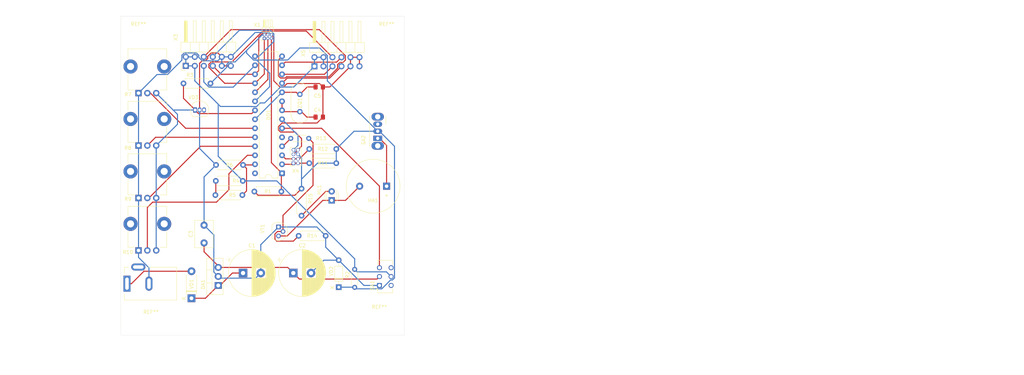
<source format=kicad_pcb>
(kicad_pcb (version 20241229) (generator "pcbnew") (generator_version "9.0")
  (title_block (date "2024-10-28"))
  (layers (0 "F.Cu" signal) (2 "B.Cu" signal) (13 "F.Paste" user) (15 "B.Paste" user) (5 "F.SilkS" user "F.Silkscreen") (7 "B.SilkS" user "B.Silkscreen") (1 "F.Mask" user) (3 "B.Mask" user) (25 "Edge.Cuts" user))
  (net 0 "")
  (net 1 "GND")
  (net 2 "Net-(VD1-K)")
  (net 3 "Net-(C2-Pad1)")
  (net 4 "Net-(DD1-PC0)")
  (net 5 "Net-(DD1-PB1)")
  (net 6 "Net-(DD1-PB0)")
  (net 7 "Net-(DD1-PC4)")
  (net 8 "Net-(DD1-PD5)")
  (net 9 "+2,5V")
  (net 10 "/SCL")
  (net 11 "+5V")
  (net 12 "Net-(DD1-PD7)")
  (net 13 "Net-(DD1-PD6)")
  (net 14 "Net-(DD1-PB2)")
  (net 15 "Net-(DD1-PC3)")
  (net 16 "Net-(DD1-PC1)")
  (net 17 "Net-(DD1-PB5)")
  (net 18 "Net-(DD1-PB3)")
  (net 19 "/SDA")
  (net 20 "Net-(DD1-~{RESET}{slash}PC6)")
  (net 21 "Net-(DD1-PC2)")
  (net 22 "Net-(DD1-PD4)")
  (net 23 "Net-(DD1-PB4)")
  (net 24 "Net-(DD1-PD2)")
  (net 25 "Net-(HA1-+)")
  (net 26 "Net-(HA1--)")
  (net 27 "Net-(HL1-A)")
  (net 28 "Net-(DD1-XTAL1{slash}PB6)")
  (net 29 "Net-(DD1-XTAL2{slash}PB7)")
  (net 30 "Net-(VT1-G1)")
  (net 34 "Net-(VD1-A)")
  (net 37 "U_{bat}")
  (net 38 "Net-(R4-Pad2)")
  (footprint "Capacitor_THT:CP_Radial_D13.0mm_P5.00mm" (layer "F.Cu") (at 154.2556 167.6644)
    (property "Reference" "C1")
    (property "Value" "100мк" (hide yes))
  )
  (footprint "Diode_THT:D_DO-35_SOD27_P7.62mm_Horizontal" (layer "F.Cu") (at 181.2556 171.6644 90)
    (property "Reference" "VD2")
    (property "Value" "5,1В шотки" (hide yes))
  )
  (footprint "Crystal:Crystal_HC49-U_Vertical" (layer "F.Cu") (at 170.2931 117.2469 -90)
    (property "Reference" "ZQ1")
    (property "Value" "1М" (hide yes))
  )
  (footprint "Resistor_THT:R_Axial_DIN0207_L6.3mm_D2.5mm_P7.62mm_Horizontal" (layer "F.Cu") (at 137.4456 114.1644)
    (property "Reference" "R3")
    (property "Value" "1к 0,25Вт" (hide yes))
  )
  (footprint "Capacitor_SMD:C_0805_2012Metric_Pad1.18x1.45mm_HandSolder" (layer "F.Cu") (at 175.7556 123.6644)
    (property "Reference" "C4")
    (property "Value" "22п" (hide yes))
  )
  (footprint "Connector_BarrelJack:BarrelJack_Kycon_KLDX-0202-xC_Horizontal" (layer "F.Cu") (at 121.503 170.6644 180)
    (property "Reference" "X2" (hide yes))
    (property "Value" "CONN_PWR")
  )
  (footprint "Package_TO_SOT_THT:TO-92_Inline" (layer "F.Cu") (at 140.7156 121.6644)
    (property "Reference" "VD3")
    (property "Value" "LM385BZ-2.5" (hide yes))
  )
  (footprint "Connector_PinHeader_2.54mm:PinHeader_2x06_P2.54mm_Horizontal" (layer "F.Cu") (at 174.4056 109.3244 90)
    (property "Reference" "X5")
    (property "Value" "CONN_INPUTS")
  )
  (footprint "Connector_PinHeader_1.00mm:PinHeader_2x03_P1.00mm_Horizontal" (layer "F.Cu") (at 160.2556 101.4644 90)
    (property "Reference" "X1")
    (property "Value" "CONN_SPI" (hide yes))
  )
  (footprint "Package_TO_SOT_THT:TO-92" (layer "F.Cu") (at 164.2556 154.6644 -90)
    (property "Reference" "VT1")
    (property "Value" "2N7000")
  )
  (footprint "Resistor_THT:R_Axial_DIN0207_L6.3mm_D2.5mm_P7.62mm_Horizontal" (layer "F.Cu") (at 146.4456 145.6644)
    (property "Reference" "R5")
    (property "Value" "10к 0,25Вт" (hide yes))
  )
  (footprint "Potentiometer_THT:Potentiometer_TT_P0915N" (layer "F.Cu") (at 124.7556 146.4894)
    (property "Reference" "R9")
    (property "Value" "потенциометр 10к 0,25Вт" (hide yes))
  )
  (footprint "MountingHole:MountingHole_2.2mm_M2_ISO7380" (layer "F.Cu") (at 124.7556 100.1644)
    (property "Reference" "REF**")
    (property "Value" "MountingHole_2.2mm_M2_ISO7380" (hide yes))
  )
  (footprint "Resistor_THT:R_Axial_DIN0207_L6.3mm_D2.5mm_P7.62mm_Horizontal" (layer "F.Cu") (at 170.7556 151.4744 90)
    (property "Reference" "R15")
    (property "Value" "1к 0,25Вт" (hide yes))
  )
  (footprint "Connector_PinHeader_2.54mm:PinHeader_2x06_P2.54mm_Horizontal" (layer "F.Cu") (at 138.0956 109.2044 90)
    (property "Reference" "X3")
    (property "Value" "CONN_INPUTS")
  )
  (footprint "Resistor_THT:R_Axial_DIN0207_L6.3mm_D2.5mm_P7.62mm_Horizontal" (layer "F.Cu") (at 172.9456 136.6644)
    (property "Reference" "R11")
    (property "Value" "10к 0,25Вт" (hide yes))
  )
  (footprint "Capacitor_THT:CP_Radial_D13.0mm_P5.00mm" (layer "F.Cu") (at 168.440385 167.6644)
    (property "Reference" "C2")
    (property "Value" "10мк 16В" (hide yes))
  )
  (footprint "Potentiometer_THT:Potentiometer_TT_P0915N" (layer "F.Cu") (at 124.7556 116.8894)
    (property "Reference" "R7")
    (property "Value" "потенциометр 10к 0,25Вт" (hide yes))
  )
  (footprint "Package_DIP:DIP-28_W7.62mm" (layer "F.Cu") (at 165.2556 139.5244 180)
    (property "Reference" "DD1")
    (property "Value" "ATmega328P-P" (hide yes))
  )
  (footprint "Button_Switch_THT:SW_CK_JS202011AQN_DPDT_Angled" (layer "F.Cu") (at 192.7381 171.1644 90)
    (property "Reference" "SA1")
    (property "Value" "SA_DPDT" (hide yes))
  )
  (footprint "Resistor_THT:R_Axial_DIN0207_L6.3mm_D2.5mm_P7.62mm_Horizontal" (layer "F.Cu") (at 177.5656 157.1644 180)
    (property "Reference" "R14")
    (property "Value" "10к 0,25Вт" (hide yes))
  )
  (footprint "Potentiometer_THT:Potentiometer_TT_P0915N" (layer "F.Cu") (at 124.7556 131.6894)
    (property "Reference" "R8")
    (property "Value" "потенциометр 10к 0,25Вт" (hide yes))
  )
  (footprint "Capacitor_SMD:C_0805_2012Metric_Pad1.18x1.45mm_HandSolder" (layer "F.Cu") (at 175.7556 115.1644 180)
    (property "Reference" "C5")
    (property "Value" "22п" (hide yes))
  )
  (footprint "Resistor_THT:R_Axial_DIN0207_L6.3mm_D2.5mm_P7.62mm_Horizontal" (layer "F.Cu") (at 154.2556 137.1644 180)
    (property "Reference" "R6")
    (property "Value" "10к 0,25Вт" (hide yes))
  )
  (footprint "MountingHole:MountingHole_2.2mm_M2_ISO7380" (layer "F.Cu") (at 194.7556 100.1644)
    (property "Reference" "REF**")
    (property "Value" "MountingHole_2.2mm_M2_ISO7380")
  )
  (footprint "Diode_THT:D_DO-41_SOD81_P7.62mm_Horizontal" (layer "F.Cu") (at 139.703 174.7844 90)
    (property "Reference" "VD1")
    (property "Value" "1N5817  шотки" (hide yes))
  )
  (footprint "MountingHole:MountingHole_2.2mm_M2_ISO7380" (layer "F.Cu") (at 124.7556 180.1644)
    (property "Reference" "REF**")
    (property "Value" "MountingHole_2.2mm_M2_ISO7380")
  )
  (footprint "Potentiometer_THT:Potentiometer_TT_P0915N" (layer "F.Cu") (at 124.7556 161.2894)
    (property "Reference" "R10")
    (property "Value" "потенциометр 10к 0,25Вт" (hide yes))
  )
  (footprint "MountingHole:MountingHole_2.2mm_M2_ISO7380" (layer "F.Cu") (at 192.7056 180)
    (property "Reference" "REF**")
    (property "Value" "MountingHole_2.2mm_M2_ISO7380")
  )
  (footprint "Resistor_THT:R_Axial_DIN0204_L3.6mm_D1.6mm_P5.08mm_Horizontal" (layer "F.Cu") (at 185.7556 171.7044 90)
    (property "Reference" "R2")
    (property "Value" "22 0,25Вт" (hide yes))
  )
  (footprint "LED_THT:LED_D3.0mm" (layer "F.Cu") (at 179.2556 147.1644 90)
    (property "Reference" "HL1")
    (property "Value" "HL_LED")
  )
  (footprint "Buzzer_Beeper:Buzzer_15x7.5RM7.6" (layer "F.Cu") (at 194.7556 143.1644 180)
    (property "Reference" "HA1")
    (property "Value" "Buzzer")
  )
  (footprint "Package_TO_SOT_THT:TO-220-3_Vertical" (layer "F.Cu") (at 147.2556 171.1644 90)
    (property "Reference" "DA1")
    (property "Value" "LM7805_TO220" (hide yes))
  )
  (footprint "Resistor_THT:R_Axial_DIN0207_L6.3mm_D2.5mm_P7.62mm_Horizontal" (layer "F.Cu") (at 154.1856 141.6644 180)
    (property "Reference" "R4")
    (property "Value" "10к 0,25Вт" (hide yes))
  )
  (footprint "Connector_PinSocket_1.27mm:PinSocket_2x04_P1.27mm_Vertical" (layer "F.Cu") (at 168.4856 136.7044 180)
    (property "Reference" "X4")
    (property "Value" "CONN_I2C" (hide yes))
  )
  (footprint "Resistor_THT:R_Axial_DIN0207_L6.3mm_D2.5mm_P7.62mm_Horizontal" (layer "F.Cu") (at 172.9456 132.6644)
    (property "Reference" "R12")
    (property "Value" "10к 0,25Вт" (hide yes))
  )
  (footprint "Button_Switch_THT:SW_Slide_SPDT_Angled_CK_OS102011MA1Q" (layer "F.Cu") (at 192.2556 129.6644 90)
    (property "Reference" "SA2")
    (property "Value" "SA_SPDT" (hide yes))
  )
  (footprint "Capacitor_THT:C_Disc_D7.5mm_W5.0mm_P5.00mm" (layer "F.Cu") (at 143.2556 159.1644 90)
    (property "Reference" "C3")
    (property "Value" "100н")
  )
  (footprint "Resistor_THT:R_Axial_DIN0204_L3.6mm_D1.6mm_P5.08mm_Horizontal" (layer "F.Cu") (at 167.7156 129.6644)
    (property "Reference" "R13")
    (property "Value" "22 0,25Вт" (hide yes))
  )
  (footprint "Resistor_THT:R_Axial_DIN0207_L6.3mm_D2.5mm_P7.62mm_Horizontal" (layer "F.Cu") (at 157.4456 144.6644)
    (property "Reference" "R1")
    (property "Value" "10к 0,25Вт" (hide yes))
  )
  (gr_line (start 119.7556 185.1644) (end 119.7556 95.1644) (stroke (width 0.05)) (layer "Edge.Cuts"))
  (gr_line (start 199.7556 185.1644) (end 199.7556 95.1644) (stroke (width 0.05)) (layer "Edge.Cuts"))
  (gr_line (start 199.7556 185.1644) (end 119.7556 185.1644) (stroke (width 0.05)) (layer "Edge.Cuts"))
  (gr_line (start 119.7556 95.1644) (end 199.7556 95.1644) (stroke (width 0.05)) (layer "Edge.Cuts"))
  (segment (start 176.7931 115.1644) (end 175.8155 114.1868) (width 0.3) (layer "F.Cu") (net 1))
  (segment (start 168.4856 134.1644) (end 170.7556 131.8944) (width 0.3) (layer "F.Cu") (net 1))
  (segment (start 184.5656 109.3244) (end 184.5656 106.7844) (width 0.3) (layer "F.Cu") (net 1))
  (segment (start 150.7956 109.2044) (end 148.2556 109.2044) (width 0.3) (layer "F.Cu") (net 1))
  (segment (start 168.913 127.877) (end 164.819598 127.877) (width 0.3) (layer "F.Cu") (net 1))
  (segment (start 178.7256 115.1644) (end 184.5656 109.3244) (width 0.3) (layer "F.Cu") (net 1))
  (segment (start 187.1056 106.7844) (end 187.1056 109.3244) (width 0.3) (layer "F.Cu") (net 1))
  (segment (start 141.9856 121.6644) (end 141.9856 108.500288) (width 0.3) (layer "F.Cu") (net 1))
  (segment (start 164.6708 115.177) (end 162.9332 113.4394) (width 0.3) (layer "F.Cu") (net 1))
  (segment (start 144.2782 107.121112) (end 144.2782 106.542488) (width 0.3) (layer "F.Cu") (net 1))
  (segment (start 184.5656 106.7844) (end 187.1056 106.7844) (width 0.3) (layer "F.Cu") (net 1))
  (segment (start 170.7556 131.8944) (end 170.7556 129.7196) (width 0.3) (layer "F.Cu") (net 1))
  (segment (start 176.7931 115.1644) (end 178.7256 115.1644) (width 0.3) (layer "F.Cu") (net 1))
  (segment (start 162.9332 113.4394) (end 162.9332 101.142) (width 0.3) (layer "F.Cu") (net 1))
  (segment (start 162.9332 101.142) (end 162.2556 100.4644) (width 0.3) (layer "F.Cu") (net 1))
  (segment (start 166.681802 114.1868) (end 165.691602 115.177) (width 0.3) (layer "F.Cu") (net 1))
  (segment (start 164.203 126.388398) (end 165.254398 125.337) (width 0.3) (layer "F.Cu") (net 1))
  (segment (start 147.153 105.5618) (end 148.2556 106.6644) (width 0.3) (layer "F.Cu") (net 1))
  (segment (start 141.9856 108.500288) (end 142.718888 107.767) (width 0.3) (layer "F.Cu") (net 1))
  (segment (start 145.258888 105.5618) (end 147.153 105.5618) (width 0.3) (layer "F.Cu") (net 1))
  (segment (start 144.2782 106.542488) (end 145.258888 105.5618) (width 0.3) (layer "F.Cu") (net 1))
  (segment (start 143.632312 107.767) (end 144.2782 107.121112) (width 0.3) (layer "F.Cu") (net 1))
  (segment (start 170.7556 129.7196) (end 168.913 127.877) (width 0.3) (layer "F.Cu") (net 1))
  (segment (start 165.691602 115.177) (end 164.6708 115.177) (width 0.3) (layer "F.Cu") (net 1))
  (segment (start 175.8155 114.1868) (end 166.681802 114.1868) (width 0.3) (layer "F.Cu") (net 1))
  (segment (start 176.7931 123.6644) (end 176.7931 115.1644) (width 0.3) (layer "F.Cu") (net 1))
  (segment (start 164.203 127.260402) (end 164.203 126.388398) (width 0.3) (layer "F.Cu") (net 1))
  (segment (start 175.1205 125.337) (end 176.7931 123.6644) (width 0.3) (layer "F.Cu") (net 1))
  (segment (start 142.718888 107.767) (end 143.632312 107.767) (width 0.3) (layer "F.Cu") (net 1))
  (segment (start 165.254398 125.337) (end 175.1205 125.337) (width 0.3) (layer "F.Cu") (net 1))
  (segment (start 164.819598 127.877) (end 164.203 127.260402) (width 0.3) (layer "F.Cu") (net 1))
  (segment (start 124.7556 161.2894) (end 124.7582 161.2868) (width 0.3) (layer "B.Cu") (net 1))
  (segment (start 181.2556 164.0444) (end 177.060385 164.0444) (width 0.3) (layer "B.Cu") (net 1))
  (segment (start 146.003 167.3718) (end 147.2556 168.6244) (width 0.3) (layer "B.Cu") (net 1))
  (segment (start 124.7582 148.1644) (end 124.7582 146.492) (width 0.3) (layer "B.Cu") (net 1))
  (segment (start 136.993 106.207688) (end 137.638888 105.5618) (width 0.3) (layer "B.Cu") (net 1))
  (segment (start 188.3756 171.1644) (end 192.7381 171.1644) (width 0.3) (layer "B.Cu") (net 1))
  (segment (start 148.2556 109.2044) (end 148.2556 106.6644) (width 0.3) (layer "B.Cu") (net 1))
  (segment (start 141.7556 106.803712) (end 142.718888 107.767) (width 0.3) (layer "B.Cu") (net 1))
  (segment (start 143.2556 154.1644) (end 143.2556 140.5444) (width 0.3) (layer "B.Cu") (net 1))
  (segment (start 157.6732 99.7868) (end 150.7956 106.6644) (width 0.3) (layer "B.Cu") (net 1))
  (segment (start 124.7556 116.8894) (end 130.003 111.642) (width 0.3) (layer "B.Cu") (net 1))
  (segment (start 141.9856 132.5144) (end 141.9856 121.6644) (width 0.3) (layer "B.Cu") (net 1))
  (segment (start 124.7556 131.6894) (end 124.7582 131.6868) (width 0.3) (layer "B.Cu") (net 1))
  (segment (start 124.7582 148.1644) (end 124.7582 131.692) (width 0.3) (layer "B.Cu") (net 1))
  (segment (start 146.6356 137.1644) (end 141.9856 132.5144) (width 0.3) (layer "B.Cu") (net 1))
  (segment (start 124.7582 116.892) (end 124.7556 116.8894) (width 0.3) (layer "B.Cu") (net 1))
  (segment (start 124.7582 146.492) (end 124.7556 146.4894) (width 0.3) (layer "B.Cu") (net 1))
  (segment (start 175.0656 154.6644) (end 177.5656 157.1644) (width 0.3) (layer "B.Cu") (net 1))
  (segment (start 177.5656 160.3544) (end 181.2556 164.0444) (width 0.3) (layer "B.Cu") (net 1))
  (segment (start 137.638888 105.5618) (end 141.092312 105.5618) (width 0.3) (layer "B.Cu") (net 1))
  (segment (start 143.2556 140.5444) (end 146.6356 137.1644) (width 0.3) (layer "B.Cu") (net 1))
  (segment (start 148.2556 106.6644) (end 150.7956 106.6644) (width 0.3) (layer "B.Cu") (net 1))
  (segment (start 127.703 166.192956) (end 124.7556 163.245556) (width 0.3) (layer "B.Cu") (net 1))
  (segment (start 124.7582 161.2868) (end 124.7582 148.1644) (width 0.3) (layer "B.Cu") (net 1))
  (segment (start 130.003 111.642) (end 132.938658 111.642) (width 0.3) (layer "B.Cu") (net 1))
  (segment (start 147.153 107.767) (end 148.2556 106.6644) (width 0.3) (layer "B.Cu") (net 1))
  (segment (start 159.2556 159.6644) (end 164.2556 154.6644) (width 0.3) (layer "B.Cu") (net 1))
  (segment (start 132.938658 111.642) (end 136.993 107.587658) (width 0.3) (layer "B.Cu") (net 1))
  (segment (start 147.7482 169.117) (end 157.803 169.117) (width 0.3) (layer "B.Cu") (net 1))
  (segment (start 146.003 156.9118) (end 146.003 167.3718) (width 0.3) (layer "B.Cu") (net 1))
  (segment (start 161.578 99.7868) (end 157.6732 99.7868) (width 0.3) (layer "B.Cu") (net 1))
  (segment (start 124.7582 131.6868) (end 124.7582 116.892) (width 0.3) (layer "B.Cu") (net 1))
  (segment (start 124.7582 131.692) (end 124.7556 131.6894) (width 0.3) (layer "B.Cu") (net 1))
  (segment (start 143.2556 154.1644) (end 146.003 156.9118) (width 0.3) (layer "B.Cu") (net 1))
  (segment (start 142.718888 107.767) (end 147.153 107.767) (width 0.3) (layer "B.Cu") (net 1))
  (segment (start 181.2556 164.0444) (end 188.3756 171.1644) (width 0.3) (layer "B.Cu") (net 1))
  (segment (start 136.993 107.587658) (end 136.993 106.207688) (width 0.3) (layer "B.Cu") (net 1))
  (segment (start 141.7556 106.225088) (end 141.7556 106.803712) (width 0.3) (layer "B.Cu") (net 1))
  (segment (start 162.2556 100.4644) (end 161.578 99.7868) (width 0.3) (layer "B.Cu") (net 1))
  (segment (start 159.2556 167.6644) (end 159.2556 159.6644) (width 0.3) (layer "B.Cu") (net 1))
  (segment (start 177.060385 164.0444) (end 173.440385 167.6644) (width 0.3) (layer "B.Cu") (net 1))
  (segment (start 124.7556 163.245556) (end 124.7556 161.2894) (width 0.3) (layer "B.Cu") (net 1))
  (segment (start 127.703 170.6644) (end 127.703 166.192956) (width 0.3) (layer "B.Cu") (net 1))
  (segment (start 164.2556 154.6644) (end 175.0656 154.6644) (width 0.3) (layer "B.Cu") (net 1))
  (segment (start 141.092312 105.5618) (end 141.7556 106.225088) (width 0.3) (layer "B.Cu") (net 1))
  (segment (start 157.803 169.117) (end 159.2556 167.6644) (width 0.3) (layer "B.Cu") (net 1))
  (segment (start 177.5656 157.1644) (end 177.5656 160.3544) (width 0.3) (layer "B.Cu") (net 1))
  (segment (start 147.2556 168.6244) (end 147.7482 169.117) (width 0.3) (layer "B.Cu") (net 1))
  (segment (start 147.7556 171.1644) (end 151.2556 167.6644) (width 0.3) (layer "F.Cu") (net 2))
  (segment (start 151.2556 167.6644) (end 154.2556 167.6644) (width 0.3) (layer "F.Cu") (net 2))
  (segment (start 147.2556 171.1644) (end 147.7556 171.1644) (width 0.3) (layer "F.Cu") (net 2))
  (segment (start 139.703 174.7844) (end 143.6356 174.7844) (width 0.3) (layer "F.Cu") (net 2))
  (segment (start 143.6356 174.7844) (end 147.2556 171.1644) (width 0.3) (layer "F.Cu") (net 2))
  (segment (start 143.2556 161.6644) (end 143.2556 159.1644) (width 0.3) (layer "F.Cu") (net 3))
  (segment (start 192.7381 168.6644) (end 192.0381 169.3644) (width 0.3) (layer "F.Cu") (net 3))
  (segment (start 166.860385 166.0844) (end 147.2556 166.0844) (width 0.3) (layer "F.Cu") (net 3))
  (segment (start 147.2556 166.0844) (end 147.2556 165.6644) (width 0.3) (layer "F.Cu") (net 3))
  (segment (start 168.440385 167.6644) (end 166.860385 166.0844) (width 0.3) (layer "F.Cu") (net 3))
  (segment (start 147.2556 165.6644) (end 143.2556 161.6644) (width 0.3) (layer "F.Cu") (net 3))
  (segment (start 192.0381 169.3644) (end 170.140385 169.3644) (width 0.3) (layer "F.Cu") (net 3))
  (segment (start 170.140385 169.3644) (end 168.440385 167.6644) (width 0.3) (layer "F.Cu") (net 3))
  (segment (start 128.125577 116.8894) (end 127.2556 116.8894) (width 0.3) (layer "F.Cu") (net 4))
  (segment (start 157.6356 126.8244) (end 138.060577 126.8244) (width 0.3) (layer "F.Cu") (net 4))
  (segment (start 138.060577 126.8244) (end 128.125577 116.8894) (width 0.3) (layer "F.Cu") (net 4))
  (segment (start 145.7156 106.6644) (end 153.2156 99.1644) (width 0.3) (layer "B.Cu") (net 5))
  (segment (start 158.76697 106.5044) (end 157.6356 106.5044) (width 0.3) (layer "B.Cu") (net 5))
  (segment (start 162.9332 100.183728) (end 162.9332 102.33817) (width 0.3) (layer "B.Cu") (net 5))
  (segment (start 162.9332 102.33817) (end 158.76697 106.5044) (width 0.3) (layer "B.Cu") (net 5))
  (segment (start 153.2156 99.1644) (end 161.913872 99.1644) (width 0.3) (layer "B.Cu") (net 5))
  (segment (start 161.913872 99.1644) (end 162.9332 100.183728) (width 0.3) (layer "B.Cu") (net 5))
  (segment (start 143.1756 106.6644) (end 150.8584 98.9816) (width 0.3) (layer "F.Cu") (net 6))
  (segment (start 164.203 107.557) (end 165.2556 106.5044) (width 0.3) (layer "F.Cu") (net 6))
  (segment (start 180.923 109.857638) (end 178.518838 112.2618) (width 0.3) (layer "F.Cu") (net 6))
  (segment (start 182.482312 108.2218) (end 181.568888 108.2218) (width 0.3) (layer "F.Cu") (net 6))
  (segment (start 175.782112 98.9816) (end 183.1282 106.327688) (width 0.3) (layer "F.Cu") (net 6))
  (segment (start 181.568888 108.2218) (end 180.923 108.867688) (width 0.3) (layer "F.Cu") (net 6))
  (segment (start 164.819598 112.637) (end 164.203 112.020402) (width 0.3) (layer "F.Cu") (net 6))
  (segment (start 164.203 112.020402) (end 164.203 107.557) (width 0.3) (layer "F.Cu") (net 6))
  (segment (start 166.173638 112.637) (end 164.819598 112.637) (width 0.3) (layer "F.Cu") (net 6))
  (segment (start 183.1282 107.575912) (end 182.482312 108.2218) (width 0.3) (layer "F.Cu") (net 6))
  (segment (start 178.518838 112.2618) (end 166.548838 112.2618) (width 0.3) (layer "F.Cu") (net 6))
  (segment (start 183.1282 106.327688) (end 183.1282 107.575912) (width 0.3) (layer "F.Cu") (net 6))
  (segment (start 150.8584 98.9816) (end 175.782112 98.9816) (width 0.3) (layer "F.Cu") (net 6))
  (segment (start 166.548838 112.2618) (end 166.173638 112.637) (width 0.3) (layer "F.Cu") (net 6))
  (segment (start 180.923 108.867688) (end 180.923 109.857638) (width 0.3) (layer "F.Cu") (net 6))
  (segment (start 154.2556 137.1644) (end 157.4556 137.1644) (width 0.3) (layer "F.Cu") (net 7))
  (segment (start 157.4556 137.1644) (end 157.6356 136.9844) (width 0.3) (layer "F.Cu") (net 7))
  (segment (start 155.2382 144.4918) (end 154.0656 145.6644) (width 0.3) (layer "F.Cu") (net 7))
  (segment (start 154.2556 137.1644) (end 155.2382 138.147) (width 0.3) (layer "F.Cu") (net 7))
  (segment (start 155.2382 138.147) (end 155.2382 144.4918) (width 0.3) (layer "F.Cu") (net 7))
  (segment (start 178.6856 112.6644) (end 166.7156 112.6644) (width 0.3) (layer "F.Cu") (net 8))
  (segment (start 166.7156 112.6644) (end 165.2556 114.1244) (width 0.3) (layer "F.Cu") (net 8))
  (segment (start 182.0256 109.3244) (end 178.6856 112.6644) (width 0.3) (layer "F.Cu") (net 8))
  (segment (start 140.7156 121.6244) (end 137.4456 118.3544) (width 0.3) (layer "F.Cu") (net 9))
  (segment (start 141.663508 122.667) (end 140.7156 121.719092) (width 0.3) (layer "F.Cu") (net 9))
  (segment (start 156.713 122.667) (end 141.663508 122.667) (width 0.3) (layer "F.Cu") (net 9))
  (segment (start 140.7156 121.719092) (end 140.7156 121.6644) (width 0.3) (layer "F.Cu") (net 9))
  (segment (start 157.6356 121.7444) (end 156.713 122.667) (width 0.3) (layer "F.Cu") (net 9))
  (segment (start 137.4456 118.3544) (end 137.4456 114.1644) (width 0.3) (layer "F.Cu") (net 9))
  (segment (start 140.7156 121.6644) (end 140.7156 121.6244) (width 0.3) (layer "F.Cu") (net 9))
  (segment (start 129.753 131.692) (end 129.753 146.4868) (width 0.3) (layer "B.Cu") (net 9))
  (segment (start 140.7156 121.6644) (end 134.5306 121.6644) (width 0.3) (layer "B.Cu") (net 9))
  (segment (start 129.753 161.2868) (end 129.7556 161.2894) (width 0.3) (layer "B.Cu") (net 9))
  (segment (start 135.7556 125.6894) (end 129.7556 131.6894) (width 0.3) (layer "B.Cu") (net 9))
  (segment (start 129.7556 146.4894) (end 129.753 146.492) (width 0.3) (layer "B.Cu") (net 9))
  (segment (start 129.753 146.492) (end 129.753 161.2868) (width 0.3) (layer "B.Cu") (net 9))
  (segment (start 134.5306 121.6644) (end 135.7556 122.8894) (width 0.3) (layer "B.Cu") (net 9))
  (segment (start 129.7556 131.6894) (end 129.753 131.692) (width 0.3) (layer "B.Cu") (net 9))
  (segment (start 134.5306 121.6644) (end 129.7556 116.8894) (width 0.3) (layer "B.Cu") (net 9))
  (segment (start 135.7556 122.8894) (end 135.7556 125.6894) (width 0.3) (layer "B.Cu") (net 9))
  (segment (start 129.753 146.4868) (end 129.7556 146.4894) (width 0.3) (layer "B.Cu") (net 9))
  (segment (start 170.1756 135.4344) (end 169.7556 135.4344) (width 0.3) (layer "F.Cu") (net 10))
  (segment (start 169.7556 135.4344) (end 168.4856 135.4344) (width 0.3) (layer "F.Cu") (net 10))
  (segment (start 168.4856 135.4344) (end 166.2456 135.4344) (width 0.3) (layer "F.Cu") (net 10))
  (segment (start 166.2456 135.4344) (end 165.2556 134.4444) (width 0.3) (layer "F.Cu") (net 10))
  (segment (start 172.9456 132.6644) (end 170.1756 135.4344) (width 0.3) (layer "F.Cu") (net 10))
  (segment (start 158.4982 145.717) (end 168.893 145.717) (width 0.3) (layer "F.Cu") (net 11))
  (segment (start 168.893 145.717) (end 170.7556 143.8544) (width 0.3) (layer "F.Cu") (net 11))
  (segment (start 157.4456 144.6644) (end 158.4982 145.717) (width 0.3) (layer "F.Cu") (net 11))
  (segment (start 170.7556 135.1644) (end 168.4856 132.8944) (width 0.3) (layer "B.Cu") (net 11))
  (segment (start 175.884912 104.1644) (end 170.2556 104.1644) (width 0.3) (layer "B.Cu") (net 11))
  (segment (start 192.7556 127.6644) (end 192.2556 127.6644) (width 0.3) (layer "B.Cu") (net 11))
  (segment (start 178.0482 113.457) (end 178.0482 106.327688) (width 0.3) (layer "B.Cu") (net 11))
  (segment (start 180.5656 132.6644) (end 180.5656 136.6644) (width 0.3) (layer "B.Cu") (net 11))
  (segment (start 168.4856 132.8944) (end 169.7556 131.6244) (width 0.3) (layer "B.Cu") (net 11))
  (segment (start 169.7556 128.7844) (end 165.2556 124.2844) (width 0.3) (layer "B.Cu") (net 11))
  (segment (start 196.9907 131.8995) (end 192.7556 127.6644) (width 0.3) (layer "B.Cu") (net 11))
  (segment (start 169.7556 131.6244) (end 169.7556 128.7844) (width 0.3) (layer "B.Cu") (net 11))
  (segment (start 156.583 106.940402) (end 155.2556 105.613002) (width 0.3) (layer "B.Cu") (net 11))
  (segment (start 166.863 107.557) (end 157.199598 107.557) (width 0.3) (layer "B.Cu") (net 11))
  (segment (start 195.903212 169.617) (end 196.43268 169.617) (width 0.3) (layer "B.Cu") (net 11))
  (segment (start 155.2556 104.86336) (end 152.01716 108.1018) (width 0.3) (layer "B.Cu") (net 11))
  (segment (start 186.1682 172.117) (end 193.403212 172.117) (width 0.3) (layer "B.Cu") (net 11))
  (segment (start 178.0482 106.327688) (end 175.884912 104.1644) (width 0.3) (layer "B.Cu") (net 11))
  (segment (start 170.7556 135.1644) (end 169.7556 134.1644) (width 0.3) (layer "B.Cu") (net 11))
  (segment (start 180.5656 132.6644) (end 185.5656 127.6644) (width 0.3) (layer "B.Cu") (net 11))
  (segment (start 170.2556 104.1644) (end 166.863 107.557) (width 0.3) (layer "B.Cu") (net 11))
  (segment (start 159.65456 100.4644) (end 160.2556 100.4644) (width 0.3) (layer "B.Cu") (net 11))
  (segment (start 185.7156 171.6644) (end 185.7556 171.7044) (width 0.3) (layer "B.Cu") (net 11))
  (segment (start 193.403212 172.117) (end 195.903212 169.617) (width 0.3) (layer "B.Cu") (net 11))
  (segment (start 152.01716 108.1018) (end 150.338888 108.1018) (width 0.3) (layer "B.Cu") (net 11))
  (segment (start 185.5656 127.6644) (end 192.2556 127.6644) (width 0.3) (layer "B.Cu") (net 11))
  (segment (start 161.7556 115.0844) (end 161.7556 111.240998) (width 0.3) (layer "B.Cu") (net 11))
  (segment (start 149.693 109.537) (end 145.0656 114.1644) (width 0.3) (layer "B.Cu") (net 11))
  (segment (start 155.2556 104.86336) (end 159.65456 100.4644) (width 0.3) (layer "B.Cu") (net 11))
  (segment (start 185.7556 171.7044) (end 186.1682 172.117) (width 0.3) (layer "B.Cu") (net 11))
  (segment (start 149.693 108.747688) (end 149.693 109.537) (width 0.3) (layer "B.Cu") (net 11))
  (segment (start 196.43268 169.617) (end 196.9907 169.05898) (width 0.3) (layer "B.Cu") (net 11))
  (segment (start 170.7556 143.8544) (end 170.7556 141.1644) (width 0.3) (layer "B.Cu") (net 11))
  (segment (start 155.2556 105.613002) (end 155.2556 104.86336) (width 0.3) (layer "B.Cu") (net 11))
  (segment (start 181.2556 171.6644) (end 185.7156 171.6644) (width 0.3) (layer "B.Cu") (net 11))
  (segment (start 180.5656 136.6644) (end 175.2556 136.6644) (width 0.3) (layer "B.Cu") (net 11))
  (segment (start 157.6356 119.2044) (end 161.7556 115.0844) (width 0.3) (layer "B.Cu") (net 11))
  (segment (start 157.199598 107.557) (end 156.583 106.940402) (width 0.3) (layer "B.Cu") (net 11))
  (segment (start 175.2556 136.6644) (end 170.7556 141.1644) (width 0.3) (layer "B.Cu") (net 11))
  (segment (start 170.7556 141.1644) (end 170.7556 135.1644) (width 0.3) (layer "B.Cu") (net 11))
  (segment (start 161.7556 111.240998) (end 158.071602 107.557) (width 0.3) (layer "B.Cu") (net 11))
  (segment (start 158.071602 107.557) (end 157.199598 107.557) (width 0.3) (layer "B.Cu") (net 11))
  (segment (start 192.2556 127.6644) (end 178.0482 113.457) (width 0.3) (layer "B.Cu") (net 11))
  (segment (start 150.338888 108.1018) (end 149.693 108.747688) (width 0.3) (layer "B.Cu") (net 11))
  (segment (start 196.9907 169.05898) (end 196.9907 131.8995) (width 0.3) (layer "B.Cu") (net 11))
  (segment (start 182.0256 106.7844) (end 180.6456 108.1644) (width 0.3) (layer "F.Cu") (net 12))
  (segment (start 180.6456 108.1644) (end 166.1356 108.1644) (width 0.3) (layer "F.Cu") (net 12))
  (segment (start 166.1356 108.1644) (end 165.2556 109.0444) (width 0.3) (layer "F.Cu") (net 12))
  (segment (start 177.2256 111.5844) (end 165.2556 111.5844) (width 0.3) (layer "F.Cu") (net 13))
  (segment (start 179.4856 109.3244) (end 177.2256 111.5844) (width 0.3) (layer "F.Cu") (net 13))
  (segment (start 143.1756 113.763002) (end 144.629598 115.217) (width 0.3) (layer "B.Cu") (net 14))
  (segment (start 151.463 115.217) (end 157.6356 109.0444) (width 0.3) (layer "B.Cu") (net 14))
  (segment (start 143.1756 109.2044) (end 143.1756 113.763002) (width 0.3) (layer "B.Cu") (net 14))
  (segment (start 144.629598 115.217) (end 151.463 115.217) (width 0.3) (layer "B.Cu") (net 14))
  (segment (start 150.2556 144.1644) (end 146.7556 147.6644) (width 0.3) (layer "F.Cu") (net 15))
  (segment (start 127.2556 149.1644) (end 127.2556 161.2894) (width 0.3) (layer "F.Cu") (net 15))
  (segment (start 155.4756 134.4444) (end 150.2556 139.6644) (width 0.3) (layer "F.Cu") (net 15))
  (segment (start 146.7556 147.6644) (end 128.7556 147.6644) (width 0.3) (layer "F.Cu") (net 15))
  (segment (start 128.7556 147.6644) (end 127.2556 149.1644) (width 0.3) (layer "F.Cu") (net 15))
  (segment (start 157.6356 134.4444) (end 155.4756 134.4444) (width 0.3) (layer "F.Cu") (net 15))
  (segment (start 150.2556 139.6644) (end 150.2556 144.1644) (width 0.3) (layer "F.Cu") (net 15))
  (segment (start 157.6356 129.3644) (end 129.5806 129.3644) (width 0.3) (layer "F.Cu") (net 16))
  (segment (start 129.5806 129.3644) (end 127.2556 131.6894) (width 0.3) (layer "F.Cu") (net 16))
  (segment (start 161.2556 113.0444) (end 157.6356 116.6644) (width 0.3) (layer "F.Cu") (net 17))
  (segment (start 161.2556 101.4644) (end 161.2556 113.0444) (width 0.3) (layer "F.Cu") (net 17))
  (segment (start 161.2556 100.4644) (end 160.578 99.7868) (width 0.3) (layer "F.Cu") (net 18))
  (segment (start 158.6882 101.073528) (end 158.6882 110.5318) (width 0.3) (layer "F.Cu") (net 18))
  (segment (start 158.6882 110.5318) (end 157.6356 111.5844) (width 0.3) (layer "F.Cu") (net 18))
  (segment (start 157.6356 111.5844) (end 148.0956 111.5844) (width 0.3) (layer "F.Cu") (net 18))
  (segment (start 148.0956 111.5844) (end 145.7156 109.2044) (width 0.3) (layer "F.Cu") (net 18))
  (segment (start 159.974928 99.7868) (end 158.6882 101.073528) (width 0.3) (layer "F.Cu") (net 18))
  (segment (start 160.578 99.7868) (end 159.974928 99.7868) (width 0.3) (layer "F.Cu") (net 18))
  (segment (start 165.2556 136.9844) (end 168.2056 136.9844) (width 0.3) (layer "F.Cu") (net 19))
  (segment (start 170.7556 136.6644) (end 172.9456 136.6644) (width 0.3) (layer "F.Cu") (net 19))
  (segment (start 168.4856 136.7044) (end 169.7556 136.7044) (width 0.3) (layer "F.Cu") (net 19))
  (segment (start 169.7556 136.7044) (end 170.7156 136.7044) (width 0.3) (layer "F.Cu") (net 19))
  (segment (start 168.2056 136.9844) (end 168.4856 136.7044) (width 0.3) (layer "F.Cu") (net 19))
  (segment (start 170.7156 136.7044) (end 170.7556 136.6644) (width 0.3) (layer "F.Cu") (net 19))
  (segment (start 165.0656 144.6644) (end 165.0656 139.7144) (width 0.3) (layer "F.Cu") (net 20))
  (segment (start 162.2556 136.5244) (end 165.2556 139.5244) (width 0.3) (layer "F.Cu") (net 20))
  (segment (start 162.2556 101.4644) (end 162.2556 136.5244) (width 0.3) (layer "F.Cu") (net 20))
  (segment (start 165.0656 139.7144) (end 165.2556 139.5244) (width 0.3) (layer "F.Cu") (net 20))
  (segment (start 142.276258 131.9044) (end 157.6356 131.9044) (width 0.3) (layer "F.Cu") (net 21))
  (segment (start 127.2556 146.4894) (end 127.691258 146.4894) (width 0.3) (layer "F.Cu") (net 21))
  (segment (start 127.691258 146.4894) (end 142.276258 131.9044) (width 0.3) (layer "F.Cu") (net 21))
  (segment (start 192.7381 143.1469) (end 176.4156 126.8244) (width 0.3) (layer "F.Cu") (net 22))
  (segment (start 192.7381 166.1644) (end 192.7381 143.1469) (width 0.3) (layer "F.Cu") (net 22))
  (segment (start 176.4156 126.8244) (end 165.2556 126.8244) (width 0.3) (layer "F.Cu") (net 22))
  (segment (start 144.613 109.661112) (end 149.076288 114.1244) (width 0.3) (layer "F.Cu") (net 23))
  (segment (start 149.076288 114.1244) (end 157.6356 114.1244) (width 0.3) (layer "F.Cu") (net 23))
  (segment (start 160.2556 111.5044) (end 157.6356 114.1244) (width 0.3) (layer "F.Cu") (net 23))
  (segment (start 159.808166 99.3842) (end 151.090566 108.1018) (width 0.3) (layer "F.Cu") (net 23))
  (segment (start 151.090566 108.1018) (end 145.258888 108.1018) (width 0.3) (layer "F.Cu") (net 23))
  (segment (start 179.4856 106.7844) (end 172.0854 99.3842) (width 0.3) (layer "F.Cu") (net 23))
  (segment (start 144.613 108.747688) (end 144.613 109.661112) (width 0.3) (layer "F.Cu") (net 23))
  (segment (start 145.258888 108.1018) (end 144.613 108.747688) (width 0.3) (layer "F.Cu") (net 23))
  (segment (start 172.0854 99.3842) (end 159.808166 99.3842) (width 0.3) (layer "F.Cu") (net 23))
  (segment (start 160.2556 101.4644) (end 160.2556 111.5044) (width 0.3) (layer "F.Cu") (net 23))
  (segment (start 165.4756 131.9044) (end 165.2556 131.9044) (width 0.3) (layer "F.Cu") (net 24))
  (segment (start 167.7156 129.6644) (end 165.4756 131.9044) (width 0.3) (layer "F.Cu") (net 24))
  (segment (start 194.7556 143.1644) (end 194.7556 131.6644) (width 0.3) (layer "F.Cu") (net 25))
  (segment (start 192.7556 129.6644) (end 192.2556 129.6644) (width 0.3) (layer "F.Cu") (net 25))
  (segment (start 194.7556 131.6644) (end 192.7556 129.6644) (width 0.3) (layer "F.Cu") (net 25))
  (segment (start 179.2556 147.1644) (end 183.1556 147.1644) (width 0.3) (layer "F.Cu") (net 26))
  (segment (start 179.2556 147.1644) (end 176.7556 147.1644) (width 0.3) (layer "F.Cu") (net 26))
  (segment (start 183.1556 147.1644) (end 187.1556 143.1644) (width 0.3) (layer "F.Cu") (net 26))
  (segment (start 176.7556 147.1644) (end 166.7156 157.2044) (width 0.3) (layer "F.Cu") (net 26))
  (segment (start 166.7156 157.2044) (end 164.2556 157.2044) (width 0.3) (layer "F.Cu") (net 26))
  (segment (start 177.6056 144.6244) (end 170.7556 151.4744) (width 0.3) (layer "F.Cu") (net 27))
  (segment (start 179.2556 144.6244) (end 177.6056 144.6244) (width 0.3) (layer "F.Cu") (net 27))
  (segment (start 170.2931 122.1269) (end 170.7181 122.1269) (width 0.3) (layer "F.Cu") (net 28))
  (segment (start 165.7181 122.1269) (end 170.2931 122.1269) (width 0.3) (layer "F.Cu") (net 28))
  (segment (start 165.2556 119.2044) (end 165.2556 121.7444) (width 0.3) (layer "F.Cu") (net 28))
  (segment (start 165.2556 121.7444) (end 165.3356 121.7444) (width 0.3) (layer "F.Cu") (net 28))
  (segment (start 165.3356 121.7444) (end 165.7181 122.1269) (width 0.3) (layer "F.Cu") (net 28))
  (segment (start 172.2556 123.6644) (end 174.7181 123.6644) (width 0.3) (layer "F.Cu") (net 28))
  (segment (start 170.7181 122.1269) (end 172.2556 123.6644) (width 0.3) (layer "F.Cu") (net 28))
  (segment (start 170.2931 117.2469) (end 169.8381 117.2469) (width 0.3) (layer "F.Cu") (net 29))
  (segment (start 169.8381 117.2469) (end 169.2556 116.6644) (width 0.3) (layer "F.Cu") (net 29))
  (segment (start 172.3756 115.1644) (end 170.2931 117.2469) (width 0.3) (layer "F.Cu") (net 29))
  (segment (start 174.7181 115.1644) (end 172.3756 115.1644) (width 0.3) (layer "F.Cu") (net 29))
  (segment (start 169.2556 116.6644) (end 165.2556 116.6644) (width 0.3) (layer "F.Cu") (net 29))
  (segment (start 165.2556 116.6644) (end 157.6356 124.2844) (width 0.3) (layer "B.Cu") (net 29))
  (segment (start 163.7556 158.6644) (end 163.2556 158.1644) (width 0.3) (layer "F.Cu") (net 30))
  (segment (start 169.9456 157.1644) (end 168.4456 158.6644) (width 0.3) (layer "F.Cu") (net 30))
  (segment (start 165.5256 151.3944) (end 173.9982 142.9218) (width 0.3) (layer "F.Cu") (net 30))
  (segment (start 168.4456 158.6644) (end 163.7556 158.6644) (width 0.3) (layer "F.Cu") (net 30))
  (segment (start 163.9856 155.9344) (end 165.5256 155.9344) (width 0.3) (layer "F.Cu") (net 30))
  (segment (start 163.2556 158.1644) (end 163.2556 156.6644) (width 0.3) (layer "F.Cu") (net 30))
  (segment (start 165.5256 155.9344) (end 165.5256 151.3944) (width 0.3) (layer "F.Cu") (net 30))
  (segment (start 173.9982 142.9218) (end 173.9982 130.867) (width 0.3) (layer "F.Cu") (net 30))
  (segment (start 163.2556 156.6644) (end 163.9856 155.9344) (width 0.3) (layer "F.Cu") (net 30))
  (segment (start 173.9982 130.867) (end 172.7956 129.6644) (width 0.3) (layer "F.Cu") (net 30))
  (segment (start 121.503 170.6644) (end 122.774444 170.6644) (width 0.3) (layer "F.Cu") (net 34))
  (segment (start 122.774444 170.6644) (end 126.274444 167.1644) (width 0.3) (layer "F.Cu") (net 34))
  (segment (start 126.274444 167.1644) (end 139.703 167.1644) (width 0.3) (layer "F.Cu") (net 34))
  (segment (start 138.0956 106.6644) (end 140.6356 106.6644) (width 0.3) (layer "B.Cu") (net 37))
  (segment (start 174.4056 109.3244) (end 174.4056 106.7844) (width 0.3) (layer "B.Cu") (net 37))
  (segment (start 147.879002 120.6644) (end 156.583 120.6644) (width 0.3) (layer "B.Cu") (net 37))
  (segment (start 159.099002 119.6644) (end 160.332198 119.6644) (width 0.3) (layer "B.Cu") (net 37))
  (segment (start 140.6356 109.2044) (end 138.0956 109.2044) (width 0.3) (layer "B.Cu") (net 37))
  (segment (start 156.583 120.6644) (end 156.583 120.6918) (width 0.3) (layer "B.Cu") (net 37))
  (segment (start 160.332198 119.6644) (end 164.819598 115.177) (width 0.3) (layer "B.Cu") (net 37))
  (segment (start 185.7556 163.6644) (end 185.7556 166.6244) (width 0.3) (layer "B.Cu") (net 37))
  (segment (start 158.071602 120.6918) (end 159.099002 119.6644) (width 0.3) (layer "B.Cu") (net 37))
  (segment (start 140.6356 113.420998) (end 140.6356 109.2044) (width 0.3) (layer "B.Cu") (net 37))
  (segment (start 147.2556 120.040998) (end 140.6356 113.420998) (width 0.3) (layer "B.Cu") (net 37))
  (segment (start 168.553 115.177) (end 174.4056 109.3244) (width 0.3) (layer "B.Cu") (net 37))
  (segment (start 185.7556 166.6244) (end 186.4556 167.3244) (width 0.3) (layer "B.Cu") (net 37))
  (segment (start 147.2556 120.040998) (end 147.879002 120.6644) (width 0.3) (layer "B.Cu") (net 37))
  (segment (start 154.1856 141.6644) (end 163.7556 141.6644) (width 0.3) (layer "B.Cu") (net 37))
  (segment (start 154.1856 141.6644) (end 147.2556 134.7344) (width 0.3) (layer "B.Cu") (net 37))
  (segment (start 147.2556 134.7344) (end 147.2556 120.040998) (width 0.3) (layer "B.Cu") (net 37))
  (segment (start 176.9456 109.3244) (end 176.9456 106.7844) (width 0.3) (layer "B.Cu") (net 37))
  (segment (start 163.7556 141.6644) (end 185.7556 163.6644) (width 0.3) (layer "B.Cu") (net 37))
  (segment (start 194.6981 167.3244) (end 196.0381 168.6644) (width 0.3) (layer "B.Cu") (net 37))
  (segment (start 186.4556 167.3244) (end 194.6981 167.3244) (width 0.3) (layer "B.Cu") (net 37))
  (segment (start 164.819598 115.177) (end 168.553 115.177) (width 0.3) (layer "B.Cu") (net 37))
  (segment (start 138.0956 109.2044) (end 138.0956 106.6644) (width 0.3) (layer "B.Cu") (net 37))
  (segment (start 174.4056 106.7844) (end 176.9456 106.7844) (width 0.3) (layer "B.Cu") (net 37))
  (segment (start 156.583 120.6918) (end 158.071602 120.6918) (width 0.3) (layer "B.Cu") (net 37))
  (segment (start 146.5656 145.5444) (end 146.4456 145.6644) (width 0.3) (layer "F.Cu") (net 38))
  (segment (start 146.5656 141.6644) (end 146.5656 145.5444) (width 0.3) (layer "F.Cu") (net 38))
)
</source>
